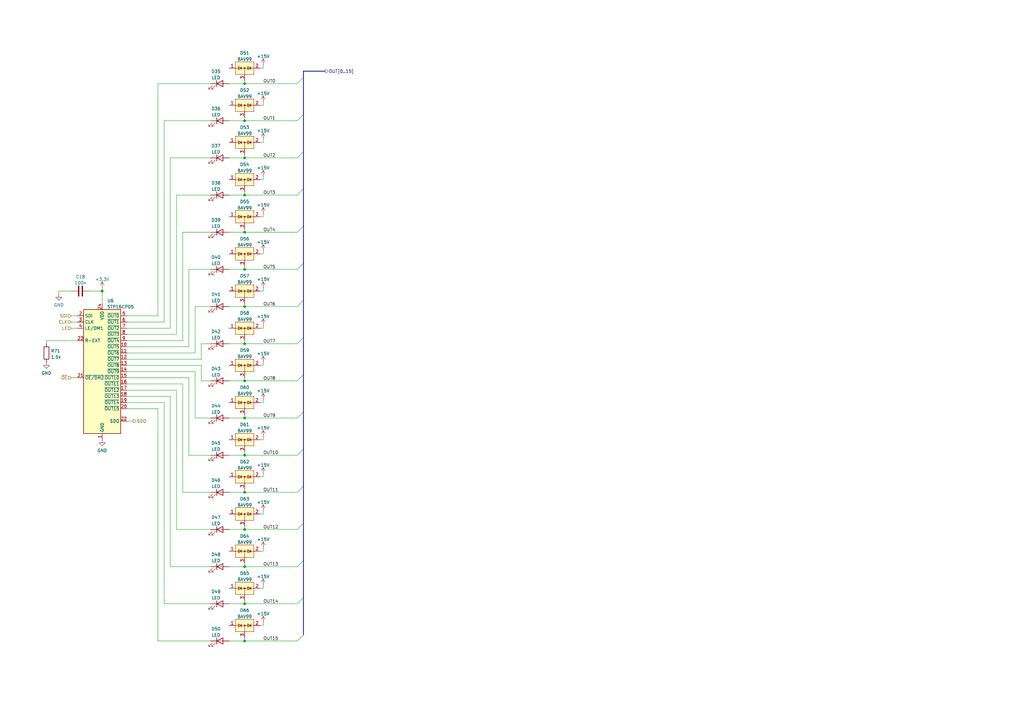
<source format=kicad_sch>
(kicad_sch (version 20250114) (generator "eeschema") (generator_version "9.0")
  (paper "A3")
  (title_block (title "Progammable Precision Resistor") (company "Sebastian Harnisch"))
  (lib_symbols
    (symbol "01_Sebastian:BAV99" (pin_names (hide yes))
      (property "Reference" "D" (at 0 6.35 0))
      (property "Value" "BAV99" (at 0 3.81 0))
      (symbol "BAV99_0_1"
        (rectangle (start -3.81 2.54) (end 3.81 -2.54) (stroke (width 0.1524)) (fill (type background)))
        (polyline (pts (xy -3.81 0) (xy 3.81 0)))
      )
      (symbol "BAV99_1_1"
        (polyline (pts (xy -2.54 0.635) (xy -1.27 0) (xy -2.54 -0.635) (xy -2.54 0.635) (xy -2.54 0) (xy -2.54 0.635)) (stroke (width 0.2032)))
        (polyline (pts (xy -1.27 0.635) (xy -1.27 0) (xy -1.27 -0.635)) (stroke (width 0.2032)))
        (polyline (pts (xy 0 0) (xy 0 -2.54)))
        (circle (center 0 0) (radius 0.254) (fill (type outline)))
        (polyline (pts (xy 1.27 0.635) (xy 2.54 0) (xy 1.27 -0.635) (xy 1.27 0.635) (xy 1.27 0) (xy 1.27 0.635)) (stroke (width 0.2032)))
        (polyline (pts (xy 2.54 0.635) (xy 2.54 0) (xy 2.54 -0.635)) (stroke (width 0.2032)))
        (pin passive line (at -6.35 0 0) (length 2.54) (name "K") (number "1"))
        (pin passive line (at 0 -5.08 90) (length 2.54) (name "K") (number "3"))
        (pin passive line (at 6.35 0 180) (length 2.54) (name "A") (number "2"))
      )
    )
    (symbol "Device:C" (pin_numbers (hide yes)) (pin_names (offset 0.254))
      (property "Reference" "C" (at 0.635 2.54 0))
      (property "Value" "C" (at 0.635 -2.54 0))
      (symbol "C_0_1"
        (polyline (pts (xy -2.032 0.762) (xy 2.032 0.762)) (stroke (width 0.508)))
        (polyline (pts (xy -2.032 -0.762) (xy 2.032 -0.762)) (stroke (width 0.508)))
      )
      (symbol "C_1_1"
        (pin passive line (at 0 3.81 270) (length 2.794) (name "~") (number "1"))
        (pin passive line (at 0 -3.81 90) (length 2.794) (name "~") (number "2"))
      )
    )
    (symbol "Device:LED" (pin_numbers (hide yes)) (pin_names (offset 1.016) (hide yes))
      (property "Reference" "D" (at 0 2.54 0))
      (property "Value" "LED" (at 0 -2.54 0))
      (symbol "LED_0_1"
        (polyline (pts (xy -3.048 -0.762) (xy -4.572 -2.286) (xy -3.81 -2.286) (xy -4.572 -2.286) (xy -4.572 -1.524)))
        (polyline (pts (xy -1.778 -0.762) (xy -3.302 -2.286) (xy -2.54 -2.286) (xy -3.302 -2.286) (xy -3.302 -1.524)))
        (polyline (pts (xy -1.27 0) (xy 1.27 0)))
        (polyline (pts (xy -1.27 -1.27) (xy -1.27 1.27)) (stroke (width 0.254)))
        (polyline (pts (xy 1.27 -1.27) (xy 1.27 1.27) (xy -1.27 0) (xy 1.27 -1.27)) (stroke (width 0.254)))
      )
      (symbol "LED_1_1"
        (pin passive line (at -3.81 0 0) (length 2.54) (name "K") (number "1"))
        (pin passive line (at 3.81 0 180) (length 2.54) (name "A") (number "2"))
      )
    )
    (symbol "Device:R" (pin_numbers (hide yes)) (pin_names (offset 0))
      (property "Reference" "R" (at 2.032 0 90))
      (property "Value" "R" (at 0 0 90))
      (symbol "R_0_1"
        (rectangle (start -1.016 -2.54) (end 1.016 2.54) (stroke (width 0.254)))
      )
      (symbol "R_1_1"
        (pin passive line (at 0 3.81 270) (length 1.27) (name "~") (number "1"))
        (pin passive line (at 0 -3.81 90) (length 1.27) (name "~") (number "2"))
      )
    )
    (symbol "Driver_LED:STP16CP05"
      (property "Reference" "U" (at -7.62 26.67 0))
      (property "Value" "STP16CP05" (at 1.27 26.67 0))
      (symbol "STP16CP05_0_1"
        (rectangle (start -7.62 25.4) (end 7.62 -25.4) (stroke (width 0.254)) (fill (type background)))
      )
      (symbol "STP16CP05_1_1"
        (pin input line (at -10.16 22.86 0) (length 2.54) (name "SDI") (number "2"))
        (pin input line (at -10.16 20.32 0) (length 2.54) (name "CLK") (number "3"))
        (pin input line (at -10.16 17.78 0) (length 2.54) (name "LE/DM1") (number "4"))
        (pin passive line (at -10.16 12.7 0) (length 2.54) (name "R-EXT") (number "23"))
        (pin input line (at -10.16 -2.54 0) (length 2.54) (name "~{OE/DM2}") (number "21"))
        (pin power_in line (at 0 27.94 270) (length 2.54) (name "VDD") (number "24"))
        (pin power_in line (at 0 -27.94 90) (length 2.54) (name "GND") (number "1"))
        (pin output line (at 10.16 22.86 180) (length 2.54) (name "~{OUT0}") (number "5"))
        (pin output line (at 10.16 20.32 180) (length 2.54) (name "~{OUT1}") (number "6"))
        (pin output line (at 10.16 17.78 180) (length 2.54) (name "~{OUT2}") (number "7"))
        (pin output line (at 10.16 15.24 180) (length 2.54) (name "~{OUT3}") (number "8"))
        (pin output line (at 10.16 12.7 180) (length 2.54) (name "~{OUT4}") (number "9"))
        (pin output line (at 10.16 10.16 180) (length 2.54) (name "~{OUT5}") (number "10"))
        (pin output line (at 10.16 7.62 180) (length 2.54) (name "~{OUT6}") (number "11"))
        (pin output line (at 10.16 5.08 180) (length 2.54) (name "~{OUT7}") (number "12"))
        (pin output line (at 10.16 2.54 180) (length 2.54) (name "~{OUT8}") (number "13"))
        (pin output line (at 10.16 0 180) (length 2.54) (name "~{OUT9}") (number "14"))
        (pin output line (at 10.16 -2.54 180) (length 2.54) (name "~{OUT10}") (number "15"))
        (pin output line (at 10.16 -5.08 180) (length 2.54) (name "~{OUT11}") (number "16"))
        (pin output line (at 10.16 -7.62 180) (length 2.54) (name "~{OUT12}") (number "17"))
        (pin output line (at 10.16 -10.16 180) (length 2.54) (name "~{OUT13}") (number "18"))
        (pin output line (at 10.16 -12.7 180) (length 2.54) (name "~{OUT14}") (number "19"))
        (pin output line (at 10.16 -15.24 180) (length 2.54) (name "~{OUT15}") (number "20"))
        (pin output line (at 10.16 -20.32 180) (length 2.54) (name "SDO") (number "22"))
      )
    )
    (symbol "power:+15V" (power) (pin_names (offset 0))
      (property "Value" "+15V" (at 0 3.556 0))
      (symbol "+15V_0_1"
        (polyline (pts (xy -0.762 1.27) (xy 0 2.54)))
        (polyline (pts (xy 0 2.54) (xy 0.762 1.27)))
        (polyline (pts (xy 0 0) (xy 0 2.54)))
      )
      (symbol "+15V_1_1"
        (pin power_in line (at 0 0 90) (length 0) (hide yes) (name "+15V") (number "1"))
      )
    )
    (symbol "power:+3.3V" (power) (pin_names (offset 0))
      (property "Value" "+3.3V" (at 0 3.556 0))
      (symbol "+3.3V_0_1"
        (polyline (pts (xy -0.762 1.27) (xy 0 2.54)))
        (polyline (pts (xy 0 2.54) (xy 0.762 1.27)))
        (polyline (pts (xy 0 0) (xy 0 2.54)))
      )
      (symbol "+3.3V_1_1"
        (pin power_in line (at 0 0 90) (length 0) (hide yes) (name "+3.3V") (number "1"))
      )
    )
    (symbol "power:GND" (power) (pin_names (offset 0))
      (property "Value" "GND" (at 0 -3.81 0))
      (symbol "GND_0_1"
        (polyline (pts (xy 0 0) (xy 0 -1.27) (xy 1.27 -1.27) (xy 0 -2.54) (xy -1.27 -1.27) (xy 0 -1.27)))
      )
      (symbol "GND_1_1"
        (pin power_in line (at 0 0 270) (length 0) (hide yes) (name "GND") (number "1"))
      )
    )
  )
  (junction (at 100.33 80.01))
  (junction (at 100.33 247.65))
  (junction (at 100.33 140.97))
  (junction (at 100.33 217.17))
  (junction (at 100.33 156.21))
  (junction (at 100.33 125.73))
  (junction (at 100.33 95.25))
  (junction (at 100.33 232.41))
  (junction (at 100.33 262.89))
  (junction (at 100.33 186.69))
  (junction (at 100.33 201.93))
  (junction (at 100.33 110.49))
  (junction (at 100.33 64.77))
  (junction (at 100.33 171.45))
  (junction (at 100.33 49.53))
  (junction (at 100.33 34.29))
  (junction (at 41.91 119.38))
  (bus_entry (at 124.46 245.11) (size -2.54 2.54))
  (bus_entry (at 124.46 62.23) (size -2.54 2.54))
  (bus_entry (at 124.46 184.15) (size -2.54 2.54))
  (bus_entry (at 124.46 46.99) (size -2.54 2.54))
  (bus_entry (at 124.46 138.43) (size -2.54 2.54))
  (bus_entry (at 124.46 168.91) (size -2.54 2.54))
  (bus_entry (at 124.46 199.39) (size -2.54 2.54))
  (bus_entry (at 124.46 77.47) (size -2.54 2.54))
  (bus_entry (at 124.46 153.67) (size -2.54 2.54))
  (bus_entry (at 124.46 107.95) (size -2.54 2.54))
  (bus_entry (at 124.46 214.63) (size -2.54 2.54))
  (bus_entry (at 124.46 31.75) (size -2.54 2.54))
  (bus_entry (at 124.46 260.35) (size -2.54 2.54))
  (bus_entry (at 124.46 92.71) (size -2.54 2.54))
  (bus_entry (at 124.46 229.87) (size -2.54 2.54))
  (bus_entry (at 124.46 123.19) (size -2.54 2.54))
  (wire (pts (xy 106.68 88.9) (xy 107.95 88.9)))
  (wire (pts (xy 106.68 226.06) (xy 107.95 226.06)))
  (wire (pts (xy 93.98 110.49) (xy 100.33 110.49)))
  (wire (pts (xy 69.85 134.62) (xy 69.85 64.77)))
  (wire (pts (xy 52.07 129.54) (xy 64.77 129.54)))
  (wire (pts (xy 106.68 43.18) (xy 107.95 43.18)))
  (wire (pts (xy 100.33 201.93) (xy 121.92 201.93)))
  (wire (pts (xy 100.33 95.25) (xy 121.92 95.25)))
  (wire (pts (xy 100.33 262.89) (xy 121.92 262.89)))
  (wire (pts (xy 93.98 156.21) (xy 100.33 156.21)))
  (wire (pts (xy 67.31 49.53) (xy 86.36 49.53)))
  (wire (pts (xy 93.98 125.73) (xy 100.33 125.73)))
  (wire (pts (xy 72.39 137.16) (xy 72.39 80.01)))
  (wire (pts (xy 80.01 171.45) (xy 86.36 171.45)))
  (wire (pts (xy 64.77 129.54) (xy 64.77 34.29)))
  (wire (pts (xy 100.33 80.01) (xy 121.92 80.01)))
  (wire (pts (xy 82.55 147.32) (xy 82.55 140.97)))
  (wire (pts (xy 106.68 149.86) (xy 107.95 149.86)))
  (wire (pts (xy 69.85 232.41) (xy 69.85 162.56)))
  (bus (pts (xy 124.46 199.39) (xy 124.46 184.15)))
  (wire (pts (xy 100.33 125.73) (xy 121.92 125.73)))
  (bus (pts (xy 124.46 77.47) (xy 124.46 62.23)))
  (wire (pts (xy 100.33 186.69) (xy 121.92 186.69)))
  (wire (pts (xy 72.39 217.17) (xy 86.36 217.17)))
  (wire (pts (xy 52.07 162.56) (xy 69.85 162.56)))
  (wire (pts (xy 107.95 148.59) (xy 107.95 149.86)))
  (wire (pts (xy 100.33 80.01) (xy 100.33 78.74)))
  (wire (pts (xy 107.95 240.03) (xy 107.95 241.3)))
  (wire (pts (xy 52.07 154.94) (xy 77.47 154.94)))
  (wire (pts (xy 100.33 110.49) (xy 121.92 110.49)))
  (wire (pts (xy 80.01 125.73) (xy 86.36 125.73)))
  (wire (pts (xy 100.33 95.25) (xy 100.33 93.98)))
  (wire (pts (xy 106.68 119.38) (xy 107.95 119.38)))
  (wire (pts (xy 52.07 172.72) (xy 54.61 172.72)))
  (wire (pts (xy 52.07 142.24) (xy 77.47 142.24)))
  (wire (pts (xy 64.77 262.89) (xy 64.77 167.64)))
  (bus (pts (xy 124.46 229.87) (xy 124.46 214.63)))
  (wire (pts (xy 106.68 27.94) (xy 107.95 27.94)))
  (wire (pts (xy 93.98 140.97) (xy 100.33 140.97)))
  (wire (pts (xy 52.07 167.64) (xy 64.77 167.64)))
  (wire (pts (xy 106.68 73.66) (xy 107.95 73.66)))
  (wire (pts (xy 107.95 118.11) (xy 107.95 119.38)))
  (wire (pts (xy 93.98 49.53) (xy 100.33 49.53)))
  (wire (pts (xy 100.33 156.21) (xy 121.92 156.21)))
  (wire (pts (xy 82.55 149.86) (xy 82.55 156.21)))
  (wire (pts (xy 107.95 102.87) (xy 107.95 104.14)))
  (wire (pts (xy 93.98 262.89) (xy 100.33 262.89)))
  (bus (pts (xy 124.46 168.91) (xy 124.46 153.67)))
  (wire (pts (xy 107.95 255.27) (xy 107.95 256.54)))
  (wire (pts (xy 93.98 64.77) (xy 100.33 64.77)))
  (wire (pts (xy 107.95 194.31) (xy 107.95 195.58)))
  (wire (pts (xy 100.33 201.93) (xy 100.33 200.66)))
  (wire (pts (xy 74.93 95.25) (xy 86.36 95.25)))
  (wire (pts (xy 29.21 129.54) (xy 31.75 129.54)))
  (bus (pts (xy 124.46 214.63) (xy 124.46 199.39)))
  (wire (pts (xy 77.47 110.49) (xy 86.36 110.49)))
  (wire (pts (xy 52.07 137.16) (xy 72.39 137.16)))
  (wire (pts (xy 19.05 139.7) (xy 19.05 140.97)))
  (wire (pts (xy 36.83 119.38) (xy 41.91 119.38)))
  (wire (pts (xy 52.07 144.78) (xy 80.01 144.78)))
  (wire (pts (xy 100.33 217.17) (xy 121.92 217.17)))
  (bus (pts (xy 124.46 153.67) (xy 124.46 138.43)))
  (wire (pts (xy 24.13 120.65) (xy 24.13 119.38)))
  (wire (pts (xy 100.33 125.73) (xy 100.33 124.46)))
  (wire (pts (xy 107.95 133.35) (xy 107.95 134.62)))
  (wire (pts (xy 100.33 217.17) (xy 100.33 215.9)))
  (wire (pts (xy 100.33 232.41) (xy 100.33 231.14)))
  (wire (pts (xy 52.07 134.62) (xy 69.85 134.62)))
  (wire (pts (xy 100.33 140.97) (xy 121.92 140.97)))
  (bus (pts (xy 124.46 260.35) (xy 124.46 245.11)))
  (wire (pts (xy 106.68 210.82) (xy 107.95 210.82)))
  (wire (pts (xy 100.33 49.53) (xy 121.92 49.53)))
  (wire (pts (xy 100.33 171.45) (xy 100.33 170.18)))
  (wire (pts (xy 52.07 165.1) (xy 67.31 165.1)))
  (wire (pts (xy 107.95 179.07) (xy 107.95 180.34)))
  (wire (pts (xy 106.68 195.58) (xy 107.95 195.58)))
  (wire (pts (xy 24.13 119.38) (xy 29.21 119.38)))
  (wire (pts (xy 107.95 72.39) (xy 107.95 73.66)))
  (wire (pts (xy 93.98 247.65) (xy 100.33 247.65)))
  (wire (pts (xy 64.77 34.29) (xy 86.36 34.29)))
  (wire (pts (xy 100.33 186.69) (xy 100.33 185.42)))
  (wire (pts (xy 67.31 247.65) (xy 86.36 247.65)))
  (wire (pts (xy 74.93 201.93) (xy 86.36 201.93)))
  (wire (pts (xy 31.75 139.7) (xy 19.05 139.7)))
  (bus (pts (xy 124.46 46.99) (xy 124.46 31.75)))
  (bus (pts (xy 124.46 245.11) (xy 124.46 229.87)))
  (wire (pts (xy 100.33 247.65) (xy 121.92 247.65)))
  (bus (pts (xy 124.46 92.71) (xy 124.46 77.47)))
  (wire (pts (xy 69.85 232.41) (xy 86.36 232.41)))
  (bus (pts (xy 124.46 184.15) (xy 124.46 168.91)))
  (wire (pts (xy 52.07 132.08) (xy 67.31 132.08)))
  (wire (pts (xy 80.01 171.45) (xy 80.01 152.4)))
  (wire (pts (xy 74.93 201.93) (xy 74.93 157.48)))
  (wire (pts (xy 93.98 95.25) (xy 100.33 95.25)))
  (wire (pts (xy 107.95 87.63) (xy 107.95 88.9)))
  (bus (pts (xy 124.46 31.75) (xy 124.46 29.21)))
  (wire (pts (xy 100.33 232.41) (xy 121.92 232.41)))
  (wire (pts (xy 106.68 134.62) (xy 107.95 134.62)))
  (wire (pts (xy 107.95 57.15) (xy 107.95 58.42)))
  (wire (pts (xy 82.55 156.21) (xy 86.36 156.21)))
  (wire (pts (xy 29.21 134.62) (xy 31.75 134.62)))
  (wire (pts (xy 107.95 224.79) (xy 107.95 226.06)))
  (wire (pts (xy 93.98 232.41) (xy 100.33 232.41)))
  (wire (pts (xy 29.21 132.08) (xy 31.75 132.08)))
  (wire (pts (xy 52.07 149.86) (xy 82.55 149.86)))
  (bus (pts (xy 124.46 123.19) (xy 124.46 107.95)))
  (wire (pts (xy 52.07 147.32) (xy 82.55 147.32)))
  (wire (pts (xy 107.95 41.91) (xy 107.95 43.18)))
  (wire (pts (xy 52.07 157.48) (xy 74.93 157.48)))
  (wire (pts (xy 100.33 247.65) (xy 100.33 246.38)))
  (wire (pts (xy 106.68 241.3) (xy 107.95 241.3)))
  (wire (pts (xy 93.98 201.93) (xy 100.33 201.93)))
  (wire (pts (xy 107.95 163.83) (xy 107.95 165.1)))
  (bus (pts (xy 124.46 62.23) (xy 124.46 46.99)))
  (wire (pts (xy 72.39 80.01) (xy 86.36 80.01)))
  (wire (pts (xy 77.47 186.69) (xy 86.36 186.69)))
  (wire (pts (xy 100.33 171.45) (xy 121.92 171.45)))
  (wire (pts (xy 29.21 154.94) (xy 31.75 154.94)))
  (wire (pts (xy 100.33 64.77) (xy 121.92 64.77)))
  (wire (pts (xy 52.07 152.4) (xy 80.01 152.4)))
  (wire (pts (xy 93.98 34.29) (xy 100.33 34.29)))
  (wire (pts (xy 52.07 139.7) (xy 74.93 139.7)))
  (wire (pts (xy 106.68 104.14) (xy 107.95 104.14)))
  (wire (pts (xy 106.68 180.34) (xy 107.95 180.34)))
  (wire (pts (xy 100.33 156.21) (xy 100.33 154.94)))
  (wire (pts (xy 72.39 217.17) (xy 72.39 160.02)))
  (wire (pts (xy 106.68 58.42) (xy 107.95 58.42)))
  (wire (pts (xy 100.33 34.29) (xy 121.92 34.29)))
  (wire (pts (xy 69.85 64.77) (xy 86.36 64.77)))
  (wire (pts (xy 67.31 132.08) (xy 67.31 49.53)))
  (wire (pts (xy 93.98 217.17) (xy 100.33 217.17)))
  (wire (pts (xy 74.93 139.7) (xy 74.93 95.25)))
  (wire (pts (xy 41.91 118.11) (xy 41.91 119.38)))
  (wire (pts (xy 100.33 64.77) (xy 100.33 63.5)))
  (wire (pts (xy 80.01 144.78) (xy 80.01 125.73)))
  (wire (pts (xy 77.47 186.69) (xy 77.47 154.94)))
  (wire (pts (xy 93.98 186.69) (xy 100.33 186.69)))
  (wire (pts (xy 93.98 171.45) (xy 100.33 171.45)))
  (wire (pts (xy 52.07 160.02) (xy 72.39 160.02)))
  (wire (pts (xy 41.91 119.38) (xy 41.91 124.46)))
  (wire (pts (xy 100.33 49.53) (xy 100.33 48.26)))
  (wire (pts (xy 106.68 165.1) (xy 107.95 165.1)))
  (wire (pts (xy 107.95 209.55) (xy 107.95 210.82)))
  (wire (pts (xy 82.55 140.97) (xy 86.36 140.97)))
  (wire (pts (xy 93.98 80.01) (xy 100.33 80.01)))
  (wire (pts (xy 77.47 142.24) (xy 77.47 110.49)))
  (wire (pts (xy 100.33 140.97) (xy 100.33 139.7)))
  (bus (pts (xy 124.46 29.21) (xy 133.35 29.21)))
  (bus (pts (xy 124.46 138.43) (xy 124.46 123.19)))
  (wire (pts (xy 100.33 110.49) (xy 100.33 109.22)))
  (wire (pts (xy 100.33 34.29) (xy 100.33 33.02)))
  (bus (pts (xy 124.46 107.95) (xy 124.46 92.71)))
  (wire (pts (xy 64.77 262.89) (xy 86.36 262.89)))
  (wire (pts (xy 106.68 256.54) (xy 107.95 256.54)))
  (wire (pts (xy 67.31 247.65) (xy 67.31 165.1)))
  (wire (pts (xy 107.95 26.67) (xy 107.95 27.94)))
  (wire (pts (xy 100.33 262.89) (xy 100.33 261.62)))
  (label "OUT0" (at 107.95 34.29 0))
  (label "OUT8" (at 107.95 156.21 0))
  (label "OUT4" (at 107.95 95.25 0))
  (label "OUT13" (at 107.95 232.41 0))
  (label "OUT1" (at 107.95 49.53 0))
  (label "OUT15" (at 107.95 262.89 0))
  (label "OUT14" (at 107.95 247.65 0))
  (label "OUT10" (at 107.95 186.69 0))
  (label "OUT9" (at 107.95 171.45 0))
  (label "OUT5" (at 107.95 110.49 0))
  (label "OUT2" (at 107.95 64.77 0))
  (label "OUT6" (at 107.95 125.73 0))
  (label "OUT12" (at 107.95 217.17 0))
  (label "OUT11" (at 107.95 201.93 0))
  (label "OUT3" (at 107.95 80.01 0))
  (label "OUT7" (at 107.95 140.97 0))
  (hierarchical_label "CLK" (shape input) (at 29.21 132.08 180))
  (hierarchical_label "SDI" (shape input) (at 29.21 129.54 180))
  (hierarchical_label "LE" (shape input) (at 29.21 134.62 180))
  (hierarchical_label "OUT[0..15]" (shape output) (at 133.35 29.21 0))
  (hierarchical_label "~{OE}" (shape input) (at 29.21 154.94 180))
  (hierarchical_label "SDO" (shape output) (at 54.61 172.72 0))
  (symbol (lib_id "Device:LED") (at 90.17 34.29 0) (unit 1)
    (property "Reference" "D3" (at 88.5825 29.3202 0))
    (property "Value" "LED" (at 88.5825 31.8571 0))
    (property "Footprint" "LED_SMD:LED_0805_2012Metric" (effects (hide yes)))
    (instances (project "mainboard" (path "" (reference "D35") (unit 1)) (path "" (reference "D3") (unit 1)) (path "" (reference "D67") (unit 1))))
  )
  (symbol (lib_id "Device:R") (at 19.05 144.78 0) (unit 1)
    (property "Reference" "R70" (at 20.828 143.9453 0) (effects (justify left)))
    (property "Value" "1.5k" (at 20.828 146.4822 0) (effects (justify left)))
    (property "Footprint" "01_Sebastian:R_0805_2012Metric_Box" (effects (hide yes)))
    (instances (project "mainboard" (path "" (reference "R71") (unit 1)) (path "" (reference "R70") (unit 1)) (path "" (reference "R72") (unit 1))))
  )
  (symbol (lib_id "power:+15V") (at 107.95 26.67 0) (unit 1)
    (property "Reference" "#PWR091" (effects (hide yes)))
    (property "Value" "+15V" (at 107.95 23.0942 0))
    (instances (project "mainboard" (path "" (reference "#PWR0111") (unit 1)) (path "" (reference "#PWR091") (unit 1)) (path "" (reference "#PWR0131") (unit 1))))
  )
  (symbol (lib_id "power:+15V") (at 107.95 179.07 0) (unit 1)
    (property "Reference" "#PWR0101" (effects (hide yes)))
    (property "Value" "+15V" (at 107.95 175.4942 0))
    (instances (project "mainboard" (path "" (reference "#PWR0121") (unit 1)) (path "" (reference "#PWR0101") (unit 1)) (path "" (reference "#PWR0141") (unit 1))))
  )
  (symbol (lib_id "power:GND") (at 41.91 180.34 0) (unit 1)
    (property "Reference" "#PWR090" (effects (hide yes)))
    (property "Value" "GND" (at 41.91 184.7834 0))
    (instances (project "mainboard" (path "" (reference "#PWR0110") (unit 1)) (path "" (reference "#PWR090") (unit 1)) (path "" (reference "#PWR0130") (unit 1))))
  )
  (symbol (lib_id "power:+15V") (at 107.95 41.91 0) (unit 1)
    (property "Reference" "#PWR092" (effects (hide yes)))
    (property "Value" "+15V" (at 107.95 38.3342 0))
    (instances (project "mainboard" (path "" (reference "#PWR0112") (unit 1)) (path "" (reference "#PWR092") (unit 1)) (path "" (reference "#PWR0132") (unit 1))))
  )
  (symbol (lib_id "Driver_LED:STP16CP05") (at 41.91 152.4 0) (unit 1)
    (property "Reference" "U5" (at 43.9294 123.3002 0) (effects (justify left)))
    (property "Value" "STP16CP05" (at 43.9294 125.8371 0) (effects (justify left)))
    (property "Footprint" "Package_SO:TSSOP-24_4.4x7.8mm_P0.65mm" (effects (hide yes)))
    (property "Datasheet" "https://www.st.com/resource/en/datasheet/stp16cp05.pdf" (effects (hide yes)))
    (instances (project "mainboard" (path "" (reference "U6") (unit 1)) (path "" (reference "U5") (unit 1)) (path "" (reference "U7") (unit 1))))
  )
  (symbol (lib_id "Device:LED") (at 90.17 64.77 0) (unit 1)
    (property "Reference" "D5" (at 88.5825 59.8002 0))
    (property "Value" "LED" (at 88.5825 62.3371 0))
    (property "Footprint" "LED_SMD:LED_0805_2012Metric" (effects (hide yes)))
    (instances (project "mainboard" (path "" (reference "D37") (unit 1)) (path "" (reference "D5") (unit 1)) (path "" (reference "D69") (unit 1))))
  )
  (symbol (lib_id "power:+15V") (at 107.95 133.35 0) (unit 1)
    (property "Reference" "#PWR098" (effects (hide yes)))
    (property "Value" "+15V" (at 107.95 129.7742 0))
    (instances (project "mainboard" (path "" (reference "#PWR0118") (unit 1)) (path "" (reference "#PWR098") (unit 1)) (path "" (reference "#PWR0138") (unit 1))))
  )
  (symbol (lib_id "power:+15V") (at 107.95 209.55 0) (unit 1)
    (property "Reference" "#PWR0103" (effects (hide yes)))
    (property "Value" "+15V" (at 107.95 205.9742 0))
    (instances (project "mainboard" (path "" (reference "#PWR0123") (unit 1)) (path "" (reference "#PWR0103") (unit 1)) (path "" (reference "#PWR0143") (unit 1))))
  )
  (symbol (lib_id "01_Sebastian:BAV99") (at 100.33 88.9 0) (unit 1)
    (property "Reference" "D23" (at 100.33 82.711 0))
    (property "Value" "BAV99" (at 100.33 85.2479 0))
    (property "Footprint" "Package_TO_SOT_SMD:SOT-23" (effects (hide yes)))
    (property "Datasheet" "https://assets.nexperia.com/documents/data-sheet/BAV99_SER.pdf" (effects (hide yes)))
    (instances (project "mainboard" (path "" (reference "D55") (unit 1)) (path "" (reference "D23") (unit 1)) (path "" (reference "D87") (unit 1))))
  )
  (symbol (lib_id "power:GND") (at 24.13 120.65 0) (unit 1)
    (property "Reference" "#PWR088" (effects (hide yes)))
    (property "Value" "GND" (at 24.13 125.0934 0))
    (instances (project "mainboard" (path "" (reference "#PWR0108") (unit 1)) (path "" (reference "#PWR088") (unit 1)) (path "" (reference "#PWR0128") (unit 1))))
  )
  (symbol (lib_id "Device:LED") (at 90.17 217.17 0) (unit 1)
    (property "Reference" "D15" (at 88.5825 212.2002 0))
    (property "Value" "LED" (at 88.5825 214.7371 0))
    (property "Footprint" "LED_SMD:LED_0805_2012Metric" (effects (hide yes)))
    (instances (project "mainboard" (path "" (reference "D47") (unit 1)) (path "" (reference "D15") (unit 1)) (path "" (reference "D79") (unit 1))))
  )
  (symbol (lib_id "Device:LED") (at 90.17 95.25 0) (unit 1)
    (property "Reference" "D7" (at 88.5825 90.2802 0))
    (property "Value" "LED" (at 88.5825 92.8171 0))
    (property "Footprint" "LED_SMD:LED_0805_2012Metric" (effects (hide yes)))
    (instances (project "mainboard" (path "" (reference "D39") (unit 1)) (path "" (reference "D7") (unit 1)) (path "" (reference "D71") (unit 1))))
  )
  (symbol (lib_id "power:+15V") (at 107.95 102.87 0) (unit 1)
    (property "Reference" "#PWR096" (effects (hide yes)))
    (property "Value" "+15V" (at 107.95 99.2942 0))
    (instances (project "mainboard" (path "" (reference "#PWR0116") (unit 1)) (path "" (reference "#PWR096") (unit 1)) (path "" (reference "#PWR0136") (unit 1))))
  )
  (symbol (lib_id "Device:LED") (at 90.17 110.49 0) (unit 1)
    (property "Reference" "D8" (at 88.5825 105.5202 0))
    (property "Value" "LED" (at 88.5825 108.0571 0))
    (property "Footprint" "LED_SMD:LED_0805_2012Metric" (effects (hide yes)))
    (instances (project "mainboard" (path "" (reference "D40") (unit 1)) (path "" (reference "D8") (unit 1)) (path "" (reference "D72") (unit 1))))
  )
  (symbol (lib_id "Device:LED") (at 90.17 156.21 0) (unit 1)
    (property "Reference" "D11" (at 88.5825 151.2402 0))
    (property "Value" "LED" (at 88.5825 153.7771 0))
    (property "Footprint" "LED_SMD:LED_0805_2012Metric" (effects (hide yes)))
    (instances (project "mainboard" (path "" (reference "D43") (unit 1)) (path "" (reference "D11") (unit 1)) (path "" (reference "D75") (unit 1))))
  )
  (symbol (lib_id "01_Sebastian:BAV99") (at 100.33 195.58 0) (unit 1)
    (property "Reference" "D30" (at 100.33 189.391 0))
    (property "Value" "BAV99" (at 100.33 191.9279 0))
    (property "Footprint" "Package_TO_SOT_SMD:SOT-23" (effects (hide yes)))
    (property "Datasheet" "https://assets.nexperia.com/documents/data-sheet/BAV99_SER.pdf" (effects (hide yes)))
    (instances (project "mainboard" (path "" (reference "D62") (unit 1)) (path "" (reference "D30") (unit 1)) (path "" (reference "D94") (unit 1))))
  )
  (symbol (lib_id "power:+15V") (at 107.95 224.79 0) (unit 1)
    (property "Reference" "#PWR0104" (effects (hide yes)))
    (property "Value" "+15V" (at 107.95 221.2142 0))
    (instances (project "mainboard" (path "" (reference "#PWR0124") (unit 1)) (path "" (reference "#PWR0104") (unit 1)) (path "" (reference "#PWR0144") (unit 1))))
  )
  (symbol (lib_id "power:+15V") (at 107.95 57.15 0) (unit 1)
    (property "Reference" "#PWR093" (effects (hide yes)))
    (property "Value" "+15V" (at 107.95 53.5742 0))
    (instances (project "mainboard" (path "" (reference "#PWR0113") (unit 1)) (path "" (reference "#PWR093") (unit 1)) (path "" (reference "#PWR0133") (unit 1))))
  )
  (symbol (lib_id "power:GND") (at 19.05 148.59 0) (unit 1)
    (property "Reference" "#PWR087" (effects (hide yes)))
    (property "Value" "GND" (at 19.05 153.0334 0))
    (instances (project "mainboard" (path "" (reference "#PWR0107") (unit 1)) (path "" (reference "#PWR087") (unit 1)) (path "" (reference "#PWR0127") (unit 1))))
  )
  (symbol (lib_id "Device:LED") (at 90.17 262.89 0) (unit 1)
    (property "Reference" "D18" (at 88.5825 257.9202 0))
    (property "Value" "LED" (at 88.5825 260.4571 0))
    (property "Footprint" "LED_SMD:LED_0805_2012Metric" (effects (hide yes)))
    (instances (project "mainboard" (path "" (reference "D50") (unit 1)) (path "" (reference "D18") (unit 1)) (path "" (reference "D82") (unit 1))))
  )
  (symbol (lib_id "Device:C") (at 33.02 119.38 90) (unit 1)
    (property "Reference" "C17" (at 33.02 113.5212 90))
    (property "Value" "100n" (at 33.02 116.0581 90))
    (property "Footprint" "01_Sebastian:C_0805_2012Metric_Box" (effects (hide yes)))
    (instances (project "mainboard" (path "" (reference "C18") (unit 1)) (path "" (reference "C17") (unit 1)) (path "" (reference "C19") (unit 1))))
  )
  (symbol (lib_id "power:+15V") (at 107.95 118.11 0) (unit 1)
    (property "Reference" "#PWR097" (effects (hide yes)))
    (property "Value" "+15V" (at 107.95 114.5342 0))
    (instances (project "mainboard" (path "" (reference "#PWR0117") (unit 1)) (path "" (reference "#PWR097") (unit 1)) (path "" (reference "#PWR0137") (unit 1))))
  )
  (symbol (lib_id "01_Sebastian:BAV99") (at 100.33 165.1 0) (unit 1)
    (property "Reference" "D28" (at 100.33 158.911 0))
    (property "Value" "BAV99" (at 100.33 161.4479 0))
    (property "Footprint" "Package_TO_SOT_SMD:SOT-23" (effects (hide yes)))
    (property "Datasheet" "https://assets.nexperia.com/documents/data-sheet/BAV99_SER.pdf" (effects (hide yes)))
    (instances (project "mainboard" (path "" (reference "D60") (unit 1)) (path "" (reference "D28") (unit 1)) (path "" (reference "D92") (unit 1))))
  )
  (symbol (lib_id "01_Sebastian:BAV99") (at 100.33 119.38 0) (unit 1)
    (property "Reference" "D25" (at 100.33 113.191 0))
    (property "Value" "BAV99" (at 100.33 115.7279 0))
    (property "Footprint" "Package_TO_SOT_SMD:SOT-23" (effects (hide yes)))
    (property "Datasheet" "https://assets.nexperia.com/documents/data-sheet/BAV99_SER.pdf" (effects (hide yes)))
    (instances (project "mainboard" (path "" (reference "D57") (unit 1)) (path "" (reference "D25") (unit 1)) (path "" (reference "D89") (unit 1))))
  )
  (symbol (lib_id "Device:LED") (at 90.17 201.93 0) (unit 1)
    (property "Reference" "D14" (at 88.5825 196.9602 0))
    (property "Value" "LED" (at 88.5825 199.4971 0))
    (property "Footprint" "LED_SMD:LED_0805_2012Metric" (effects (hide yes)))
    (instances (project "mainboard" (path "" (reference "D46") (unit 1)) (path "" (reference "D14") (unit 1)) (path "" (reference "D78") (unit 1))))
  )
  (symbol (lib_id "01_Sebastian:BAV99") (at 100.33 149.86 0) (unit 1)
    (property "Reference" "D27" (at 100.33 143.671 0))
    (property "Value" "BAV99" (at 100.33 146.2079 0))
    (property "Footprint" "Package_TO_SOT_SMD:SOT-23" (effects (hide yes)))
    (property "Datasheet" "https://assets.nexperia.com/documents/data-sheet/BAV99_SER.pdf" (effects (hide yes)))
    (instances (project "mainboard" (path "" (reference "D59") (unit 1)) (path "" (reference "D27") (unit 1)) (path "" (reference "D91") (unit 1))))
  )
  (symbol (lib_id "Device:LED") (at 90.17 232.41 0) (unit 1)
    (property "Reference" "D16" (at 88.5825 227.4402 0))
    (property "Value" "LED" (at 88.5825 229.9771 0))
    (property "Footprint" "LED_SMD:LED_0805_2012Metric" (effects (hide yes)))
    (instances (project "mainboard" (path "" (reference "D48") (unit 1)) (path "" (reference "D16") (unit 1)) (path "" (reference "D80") (unit 1))))
  )
  (symbol (lib_id "01_Sebastian:BAV99") (at 100.33 58.42 0) (unit 1)
    (property "Reference" "D21" (at 100.33 52.231 0))
    (property "Value" "BAV99" (at 100.33 54.7679 0))
    (property "Footprint" "Package_TO_SOT_SMD:SOT-23" (effects (hide yes)))
    (property "Datasheet" "https://assets.nexperia.com/documents/data-sheet/BAV99_SER.pdf" (effects (hide yes)))
    (instances (project "mainboard" (path "" (reference "D53") (unit 1)) (path "" (reference "D21") (unit 1)) (path "" (reference "D85") (unit 1))))
  )
  (symbol (lib_id "Device:LED") (at 90.17 186.69 0) (unit 1)
    (property "Reference" "D13" (at 88.5825 181.7202 0))
    (property "Value" "LED" (at 88.5825 184.2571 0))
    (property "Footprint" "LED_SMD:LED_0805_2012Metric" (effects (hide yes)))
    (instances (project "mainboard" (path "" (reference "D45") (unit 1)) (path "" (reference "D13") (unit 1)) (path "" (reference "D77") (unit 1))))
  )
  (symbol (lib_id "power:+15V") (at 107.95 148.59 0) (unit 1)
    (property "Reference" "#PWR099" (effects (hide yes)))
    (property "Value" "+15V" (at 107.95 145.0142 0))
    (instances (project "mainboard" (path "" (reference "#PWR0119") (unit 1)) (path "" (reference "#PWR099") (unit 1)) (path "" (reference "#PWR0139") (unit 1))))
  )
  (symbol (lib_id "01_Sebastian:BAV99") (at 100.33 43.18 0) (unit 1)
    (property "Reference" "D20" (at 100.33 36.991 0))
    (property "Value" "BAV99" (at 100.33 39.5279 0))
    (property "Footprint" "Package_TO_SOT_SMD:SOT-23" (effects (hide yes)))
    (property "Datasheet" "https://assets.nexperia.com/documents/data-sheet/BAV99_SER.pdf" (effects (hide yes)))
    (instances (project "mainboard" (path "" (reference "D52") (unit 1)) (path "" (reference "D20") (unit 1)) (path "" (reference "D84") (unit 1))))
  )
  (symbol (lib_id "01_Sebastian:BAV99") (at 100.33 210.82 0) (unit 1)
    (property "Reference" "D31" (at 100.33 204.631 0))
    (property "Value" "BAV99" (at 100.33 207.1679 0))
    (property "Footprint" "Package_TO_SOT_SMD:SOT-23" (effects (hide yes)))
    (property "Datasheet" "https://assets.nexperia.com/documents/data-sheet/BAV99_SER.pdf" (effects (hide yes)))
    (instances (project "mainboard" (path "" (reference "D63") (unit 1)) (path "" (reference "D31") (unit 1)) (path "" (reference "D95") (unit 1))))
  )
  (symbol (lib_id "Device:LED") (at 90.17 125.73 0) (unit 1)
    (property "Reference" "D9" (at 88.5825 120.7602 0))
    (property "Value" "LED" (at 88.5825 123.2971 0))
    (property "Footprint" "LED_SMD:LED_0805_2012Metric" (effects (hide yes)))
    (instances (project "mainboard" (path "" (reference "D41") (unit 1)) (path "" (reference "D9") (unit 1)) (path "" (reference "D73") (unit 1))))
  )
  (symbol (lib_id "01_Sebastian:BAV99") (at 100.33 134.62 0) (unit 1)
    (property "Reference" "D26" (at 100.33 128.431 0))
    (property "Value" "BAV99" (at 100.33 130.9679 0))
    (property "Footprint" "Package_TO_SOT_SMD:SOT-23" (effects (hide yes)))
    (property "Datasheet" "https://assets.nexperia.com/documents/data-sheet/BAV99_SER.pdf" (effects (hide yes)))
    (instances (project "mainboard" (path "" (reference "D58") (unit 1)) (path "" (reference "D26") (unit 1)) (path "" (reference "D90") (unit 1))))
  )
  (symbol (lib_id "01_Sebastian:BAV99") (at 100.33 180.34 0) (unit 1)
    (property "Reference" "D29" (at 100.33 174.151 0))
    (property "Value" "BAV99" (at 100.33 176.6879 0))
    (property "Footprint" "Package_TO_SOT_SMD:SOT-23" (effects (hide yes)))
    (property "Datasheet" "https://assets.nexperia.com/documents/data-sheet/BAV99_SER.pdf" (effects (hide yes)))
    (instances (project "mainboard" (path "" (reference "D61") (unit 1)) (path "" (reference "D29") (unit 1)) (path "" (reference "D93") (unit 1))))
  )
  (symbol (lib_id "power:+15V") (at 107.95 72.39 0) (unit 1)
    (property "Reference" "#PWR094" (effects (hide yes)))
    (property "Value" "+15V" (at 107.95 68.8142 0))
    (instances (project "mainboard" (path "" (reference "#PWR0114") (unit 1)) (path "" (reference "#PWR094") (unit 1)) (path "" (reference "#PWR0134") (unit 1))))
  )
  (symbol (lib_id "power:+3.3V") (at 41.91 118.11 0) (unit 1)
    (property "Reference" "#PWR089" (effects (hide yes)))
    (property "Value" "+3.3V" (at 41.91 114.5342 0))
    (instances (project "mainboard" (path "" (reference "#PWR0109") (unit 1)) (path "" (reference "#PWR089") (unit 1)) (path "" (reference "#PWR0129") (unit 1))))
  )
  (symbol (lib_id "power:+15V") (at 107.95 194.31 0) (unit 1)
    (property "Reference" "#PWR0102" (effects (hide yes)))
    (property "Value" "+15V" (at 107.95 190.7342 0))
    (instances (project "mainboard" (path "" (reference "#PWR0122") (unit 1)) (path "" (reference "#PWR0102") (unit 1)) (path "" (reference "#PWR0142") (unit 1))))
  )
  (symbol (lib_id "Device:LED") (at 90.17 171.45 0) (unit 1)
    (property "Reference" "D12" (at 88.5825 166.4802 0))
    (property "Value" "LED" (at 88.5825 169.0171 0))
    (property "Footprint" "LED_SMD:LED_0805_2012Metric" (effects (hide yes)))
    (instances (project "mainboard" (path "" (reference "D44") (unit 1)) (path "" (reference "D12") (unit 1)) (path "" (reference "D76") (unit 1))))
  )
  (symbol (lib_id "01_Sebastian:BAV99") (at 100.33 241.3 0) (unit 1)
    (property "Reference" "D33" (at 100.33 235.111 0))
    (property "Value" "BAV99" (at 100.33 237.6479 0))
    (property "Footprint" "Package_TO_SOT_SMD:SOT-23" (effects (hide yes)))
    (property "Datasheet" "https://assets.nexperia.com/documents/data-sheet/BAV99_SER.pdf" (effects (hide yes)))
    (instances (project "mainboard" (path "" (reference "D65") (unit 1)) (path "" (reference "D33") (unit 1)) (path "" (reference "D97") (unit 1))))
  )
  (symbol (lib_id "power:+15V") (at 107.95 163.83 0) (unit 1)
    (property "Reference" "#PWR0100" (effects (hide yes)))
    (property "Value" "+15V" (at 107.95 160.2542 0))
    (instances (project "mainboard" (path "" (reference "#PWR0120") (unit 1)) (path "" (reference "#PWR0100") (unit 1)) (path "" (reference "#PWR0140") (unit 1))))
  )
  (symbol (lib_id "Device:LED") (at 90.17 140.97 0) (unit 1)
    (property "Reference" "D10" (at 88.5825 136.0002 0))
    (property "Value" "LED" (at 88.5825 138.5371 0))
    (property "Footprint" "LED_SMD:LED_0805_2012Metric" (effects (hide yes)))
    (instances (project "mainboard" (path "" (reference "D42") (unit 1)) (path "" (reference "D10") (unit 1)) (path "" (reference "D74") (unit 1))))
  )
  (symbol (lib_id "Device:LED") (at 90.17 80.01 0) (unit 1)
    (property "Reference" "D6" (at 88.5825 75.0402 0))
    (property "Value" "LED" (at 88.5825 77.5771 0))
    (property "Footprint" "LED_SMD:LED_0805_2012Metric" (effects (hide yes)))
    (instances (project "mainboard" (path "" (reference "D38") (unit 1)) (path "" (reference "D6") (unit 1)) (path "" (reference "D70") (unit 1))))
  )
  (symbol (lib_id "01_Sebastian:BAV99") (at 100.33 27.94 0) (unit 1)
    (property "Reference" "D19" (at 100.33 21.751 0))
    (property "Value" "BAV99" (at 100.33 24.2879 0))
    (property "Footprint" "Package_TO_SOT_SMD:SOT-23" (effects (hide yes)))
    (property "Datasheet" "https://assets.nexperia.com/documents/data-sheet/BAV99_SER.pdf" (effects (hide yes)))
    (instances (project "mainboard" (path "" (reference "D51") (unit 1)) (path "" (reference "D19") (unit 1)) (path "" (reference "D83") (unit 1))))
  )
  (symbol (lib_id "01_Sebastian:BAV99") (at 100.33 226.06 0) (unit 1)
    (property "Reference" "D32" (at 100.33 219.871 0))
    (property "Value" "BAV99" (at 100.33 222.4079 0))
    (property "Footprint" "Package_TO_SOT_SMD:SOT-23" (effects (hide yes)))
    (property "Datasheet" "https://assets.nexperia.com/documents/data-sheet/BAV99_SER.pdf" (effects (hide yes)))
    (instances (project "mainboard" (path "" (reference "D64") (unit 1)) (path "" (reference "D32") (unit 1)) (path "" (reference "D96") (unit 1))))
  )
  (symbol (lib_id "power:+15V") (at 107.95 240.03 0) (unit 1)
    (property "Reference" "#PWR0105" (effects (hide yes)))
    (property "Value" "+15V" (at 107.95 236.4542 0))
    (instances (project "mainboard" (path "" (reference "#PWR0125") (unit 1)) (path "" (reference "#PWR0105") (unit 1)) (path "" (reference "#PWR0145") (unit 1))))
  )
  (symbol (lib_id "Device:LED") (at 90.17 49.53 0) (unit 1)
    (property "Reference" "D4" (at 88.5825 44.5602 0))
    (property "Value" "LED" (at 88.5825 47.0971 0))
    (property "Footprint" "LED_SMD:LED_0805_2012Metric" (effects (hide yes)))
    (instances (project "mainboard" (path "" (reference "D36") (unit 1)) (path "" (reference "D4") (unit 1)) (path "" (reference "D68") (unit 1))))
  )
  (symbol (lib_id "01_Sebastian:BAV99") (at 100.33 104.14 0) (unit 1)
    (property "Reference" "D24" (at 100.33 97.951 0))
    (property "Value" "BAV99" (at 100.33 100.4879 0))
    (property "Footprint" "Package_TO_SOT_SMD:SOT-23" (effects (hide yes)))
    (property "Datasheet" "https://assets.nexperia.com/documents/data-sheet/BAV99_SER.pdf" (effects (hide yes)))
    (instances (project "mainboard" (path "" (reference "D56") (unit 1)) (path "" (reference "D24") (unit 1)) (path "" (reference "D88") (unit 1))))
  )
  (symbol (lib_id "Device:LED") (at 90.17 247.65 0) (unit 1)
    (property "Reference" "D17" (at 88.5825 242.6802 0))
    (property "Value" "LED" (at 88.5825 245.2171 0))
    (property "Footprint" "LED_SMD:LED_0805_2012Metric" (effects (hide yes)))
    (instances (project "mainboard" (path "" (reference "D49") (unit 1)) (path "" (reference "D17") (unit 1)) (path "" (reference "D81") (unit 1))))
  )
  (symbol (lib_id "power:+15V") (at 107.95 255.27 0) (unit 1)
    (property "Reference" "#PWR0106" (effects (hide yes)))
    (property "Value" "+15V" (at 107.95 251.6942 0))
    (instances (project "mainboard" (path "" (reference "#PWR0126") (unit 1)) (path "" (reference "#PWR0106") (unit 1)) (path "" (reference "#PWR0146") (unit 1))))
  )
  (symbol (lib_id "01_Sebastian:BAV99") (at 100.33 256.54 0) (unit 1)
    (property "Reference" "D34" (at 100.33 250.351 0))
    (property "Value" "BAV99" (at 100.33 252.8879 0))
    (property "Footprint" "Package_TO_SOT_SMD:SOT-23" (effects (hide yes)))
    (property "Datasheet" "https://assets.nexperia.com/documents/data-sheet/BAV99_SER.pdf" (effects (hide yes)))
    (instances (project "mainboard" (path "" (reference "D66") (unit 1)) (path "" (reference "D34") (unit 1)) (path "" (reference "D98") (unit 1))))
  )
  (symbol (lib_id "power:+15V") (at 107.95 87.63 0) (unit 1)
    (property "Reference" "#PWR095" (effects (hide yes)))
    (property "Value" "+15V" (at 107.95 84.0542 0))
    (instances (project "mainboard" (path "" (reference "#PWR0115") (unit 1)) (path "" (reference "#PWR095") (unit 1)) (path "" (reference "#PWR0135") (unit 1))))
  )
  (symbol (lib_id "01_Sebastian:BAV99") (at 100.33 73.66 0) (unit 1)
    (property "Reference" "D22" (at 100.33 67.471 0))
    (property "Value" "BAV99" (at 100.33 70.0079 0))
    (property "Footprint" "Package_TO_SOT_SMD:SOT-23" (effects (hide yes)))
    (property "Datasheet" "https://assets.nexperia.com/documents/data-sheet/BAV99_SER.pdf" (effects (hide yes)))
    (instances (project "mainboard" (path "" (reference "D54") (unit 1)) (path "" (reference "D22") (unit 1)) (path "" (reference "D86") (unit 1))))
  )
)
</source>
